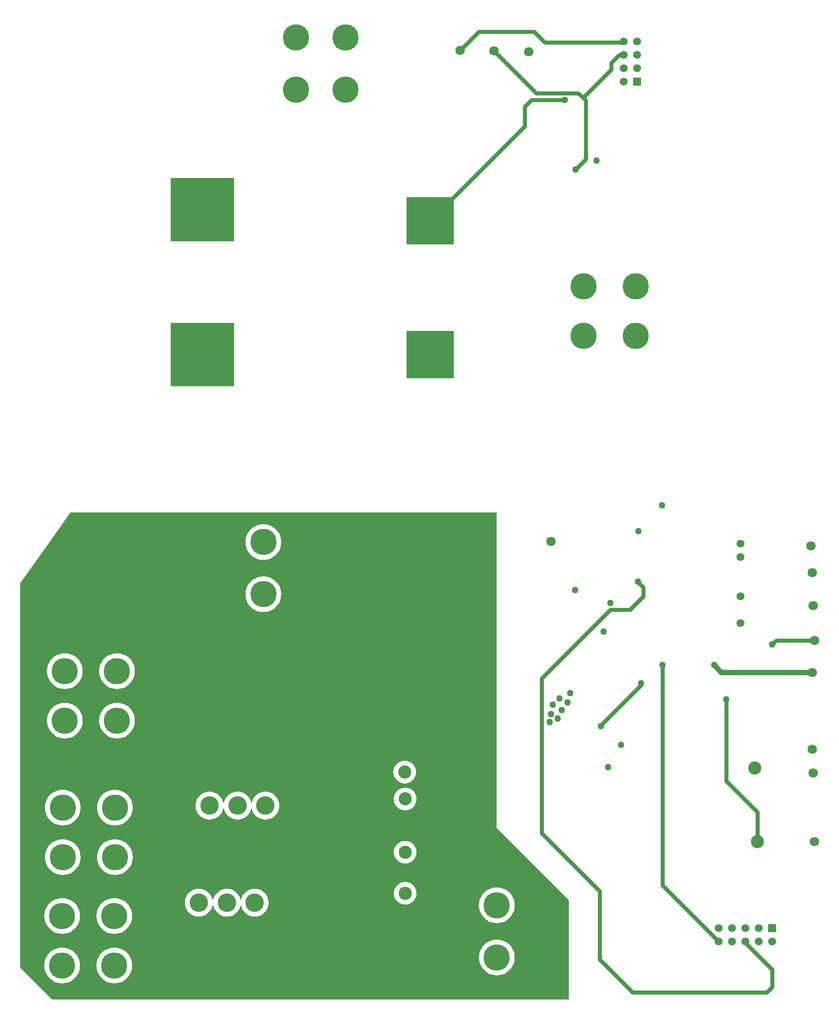
<source format=gbl>
G04 Layer_Physical_Order=4*
G04 Layer_Color=16711680*
%FSLAX25Y25*%
%MOIN*%
G70*
G01*
G75*
%ADD16C,0.03000*%
%ADD36C,0.04000*%
%ADD37C,0.20000*%
%ADD38C,0.19685*%
%ADD39C,0.07087*%
%ADD40R,0.05905X0.05905*%
%ADD41C,0.05905*%
%ADD42R,0.35433X0.35433*%
%ADD43R,0.47244X0.47244*%
%ADD44C,0.05000*%
%ADD45C,0.09842*%
%ADD46C,0.13780*%
%ADD47R,0.05905X0.05905*%
G36*
X466000Y247000D02*
X520000Y193000D01*
Y118500D01*
X133500Y118500D01*
X109500Y142500D01*
X109500Y429500D01*
X135500Y466000D01*
X147253Y482500D01*
X466000D01*
Y247000D01*
D02*
G37*
%LPC*%
G36*
X397500Y206462D02*
X395849Y206299D01*
X394262Y205818D01*
X392799Y205036D01*
X391516Y203983D01*
X390464Y202701D01*
X389682Y201238D01*
X389201Y199651D01*
X389038Y198000D01*
X389201Y196349D01*
X389682Y194762D01*
X390464Y193299D01*
X391516Y192016D01*
X392799Y190964D01*
X394262Y190182D01*
X395849Y189701D01*
X397500Y189538D01*
X399151Y189701D01*
X400738Y190182D01*
X402201Y190964D01*
X403483Y192016D01*
X404536Y193299D01*
X405318Y194762D01*
X405799Y196349D01*
X405962Y198000D01*
X405799Y199651D01*
X405318Y201238D01*
X404536Y202701D01*
X403483Y203983D01*
X402201Y205036D01*
X400738Y205818D01*
X399151Y206299D01*
X397500Y206462D01*
D02*
G37*
G36*
X466000Y202384D02*
X463906Y202219D01*
X461864Y201729D01*
X459924Y200925D01*
X458133Y199828D01*
X456536Y198464D01*
X455172Y196867D01*
X454075Y195076D01*
X453271Y193136D01*
X452781Y191094D01*
X452616Y189000D01*
X452781Y186906D01*
X453271Y184864D01*
X454075Y182924D01*
X455172Y181133D01*
X456536Y179536D01*
X458133Y178172D01*
X459924Y177075D01*
X461864Y176271D01*
X463906Y175781D01*
X466000Y175616D01*
X468094Y175781D01*
X470136Y176271D01*
X472076Y177075D01*
X473867Y178172D01*
X475464Y179536D01*
X476828Y181133D01*
X477925Y182924D01*
X478729Y184864D01*
X479219Y186906D01*
X479384Y189000D01*
X479219Y191094D01*
X478729Y193136D01*
X477925Y195076D01*
X476828Y196867D01*
X475464Y198464D01*
X473867Y199828D01*
X472076Y200925D01*
X470136Y201729D01*
X468094Y202219D01*
X466000Y202384D01*
D02*
G37*
G36*
X285000Y201422D02*
X283370Y201294D01*
X281780Y200912D01*
X280269Y200286D01*
X278874Y199432D01*
X277631Y198369D01*
X276569Y197126D01*
X275714Y195731D01*
X275088Y194220D01*
X274863Y193284D01*
X274349D01*
X274124Y194220D01*
X273499Y195731D01*
X272644Y197126D01*
X271582Y198369D01*
X270338Y199432D01*
X268944Y200286D01*
X267433Y200912D01*
X265843Y201294D01*
X264213Y201422D01*
X262582Y201294D01*
X260992Y200912D01*
X259481Y200286D01*
X258087Y199432D01*
X256843Y198369D01*
X255781Y197126D01*
X254927Y195731D01*
X254301Y194220D01*
X253919Y192630D01*
X253443D01*
X253061Y194220D01*
X252436Y195731D01*
X251581Y197126D01*
X250519Y198369D01*
X249275Y199432D01*
X247881Y200286D01*
X246370Y200912D01*
X244780Y201294D01*
X243150Y201422D01*
X241519Y201294D01*
X239929Y200912D01*
X238418Y200286D01*
X237024Y199432D01*
X235780Y198369D01*
X234718Y197126D01*
X233864Y195731D01*
X233238Y194220D01*
X232856Y192630D01*
X232728Y191000D01*
X232856Y189370D01*
X233238Y187779D01*
X233864Y186269D01*
X234718Y184874D01*
X235780Y183631D01*
X237024Y182569D01*
X238418Y181714D01*
X239929Y181088D01*
X241519Y180706D01*
X243150Y180578D01*
X244780Y180706D01*
X246370Y181088D01*
X247881Y181714D01*
X249275Y182569D01*
X250519Y183631D01*
X251581Y184874D01*
X252436Y186269D01*
X253061Y187779D01*
X253443Y189370D01*
X253919D01*
X254301Y187779D01*
X254927Y186269D01*
X255781Y184874D01*
X256843Y183631D01*
X258087Y182569D01*
X259481Y181714D01*
X260992Y181088D01*
X262582Y180706D01*
X264213Y180578D01*
X265843Y180706D01*
X267433Y181088D01*
X268944Y181714D01*
X270338Y182569D01*
X271582Y183631D01*
X272644Y184874D01*
X273499Y186269D01*
X274124Y187779D01*
X274349Y188716D01*
X274863D01*
X275088Y187779D01*
X275714Y186269D01*
X276569Y184874D01*
X277631Y183631D01*
X278874Y182569D01*
X280269Y181714D01*
X281780Y181088D01*
X283370Y180706D01*
X285000Y180578D01*
X286630Y180706D01*
X288221Y181088D01*
X289731Y181714D01*
X291126Y182569D01*
X292369Y183631D01*
X293431Y184874D01*
X294286Y186269D01*
X294912Y187779D01*
X295294Y189370D01*
X295422Y191000D01*
X295294Y192630D01*
X294912Y194220D01*
X294286Y195731D01*
X293431Y197126D01*
X292369Y198369D01*
X291126Y199432D01*
X289731Y200286D01*
X288221Y200912D01*
X286630Y201294D01*
X285000Y201422D01*
D02*
G37*
G36*
X180500Y238384D02*
X178406Y238219D01*
X176364Y237729D01*
X174424Y236925D01*
X172633Y235828D01*
X171036Y234464D01*
X169672Y232867D01*
X168575Y231076D01*
X167771Y229136D01*
X167281Y227094D01*
X167116Y225000D01*
X167281Y222906D01*
X167771Y220864D01*
X168575Y218924D01*
X169672Y217133D01*
X171036Y215536D01*
X172633Y214172D01*
X174424Y213075D01*
X176364Y212271D01*
X178406Y211781D01*
X180500Y211616D01*
X182594Y211781D01*
X184636Y212271D01*
X186576Y213075D01*
X188367Y214172D01*
X189964Y215536D01*
X191328Y217133D01*
X192425Y218924D01*
X193229Y220864D01*
X193719Y222906D01*
X193884Y225000D01*
X193719Y227094D01*
X193229Y229136D01*
X192425Y231076D01*
X191328Y232867D01*
X189964Y234464D01*
X188367Y235828D01*
X186576Y236925D01*
X184636Y237729D01*
X182594Y238219D01*
X180500Y238384D01*
D02*
G37*
G36*
X141500D02*
X139406Y238219D01*
X137364Y237729D01*
X135424Y236925D01*
X133633Y235828D01*
X132036Y234464D01*
X130672Y232867D01*
X129575Y231076D01*
X128771Y229136D01*
X128281Y227094D01*
X128116Y225000D01*
X128281Y222906D01*
X128771Y220864D01*
X129575Y218924D01*
X130672Y217133D01*
X132036Y215536D01*
X133633Y214172D01*
X135424Y213075D01*
X137364Y212271D01*
X139406Y211781D01*
X141500Y211616D01*
X143594Y211781D01*
X145636Y212271D01*
X147576Y213075D01*
X149367Y214172D01*
X150964Y215536D01*
X152328Y217133D01*
X153425Y218924D01*
X154229Y220864D01*
X154719Y222906D01*
X154884Y225000D01*
X154719Y227094D01*
X154229Y229136D01*
X153425Y231076D01*
X152328Y232867D01*
X150964Y234464D01*
X149367Y235828D01*
X147576Y236925D01*
X145636Y237729D01*
X143594Y238219D01*
X141500Y238384D01*
D02*
G37*
G36*
X180000Y157384D02*
X177906Y157219D01*
X175864Y156729D01*
X173924Y155925D01*
X172133Y154828D01*
X170536Y153464D01*
X169172Y151867D01*
X168075Y150076D01*
X167271Y148136D01*
X166781Y146094D01*
X166616Y144000D01*
X166781Y141906D01*
X167271Y139864D01*
X168075Y137924D01*
X169172Y136133D01*
X170536Y134536D01*
X172133Y133172D01*
X173924Y132075D01*
X175864Y131271D01*
X177906Y130781D01*
X180000Y130616D01*
X182094Y130781D01*
X184136Y131271D01*
X186076Y132075D01*
X187867Y133172D01*
X189464Y134536D01*
X190828Y136133D01*
X191925Y137924D01*
X192729Y139864D01*
X193219Y141906D01*
X193384Y144000D01*
X193219Y146094D01*
X192729Y148136D01*
X191925Y150076D01*
X190828Y151867D01*
X189464Y153464D01*
X187867Y154828D01*
X186076Y155925D01*
X184136Y156729D01*
X182094Y157219D01*
X180000Y157384D01*
D02*
G37*
G36*
X141000D02*
X138906Y157219D01*
X136864Y156729D01*
X134924Y155925D01*
X133133Y154828D01*
X131536Y153464D01*
X130172Y151867D01*
X129075Y150076D01*
X128271Y148136D01*
X127781Y146094D01*
X127616Y144000D01*
X127781Y141906D01*
X128271Y139864D01*
X129075Y137924D01*
X130172Y136133D01*
X131536Y134536D01*
X133133Y133172D01*
X134924Y132075D01*
X136864Y131271D01*
X138906Y130781D01*
X141000Y130616D01*
X143094Y130781D01*
X145136Y131271D01*
X147076Y132075D01*
X148867Y133172D01*
X150464Y134536D01*
X151828Y136133D01*
X152925Y137924D01*
X153729Y139864D01*
X154219Y141906D01*
X154384Y144000D01*
X154219Y146094D01*
X153729Y148136D01*
X152925Y150076D01*
X151828Y151867D01*
X150464Y153464D01*
X148867Y154828D01*
X147076Y155925D01*
X145136Y156729D01*
X143094Y157219D01*
X141000Y157384D01*
D02*
G37*
G36*
X466000Y163384D02*
X463906Y163219D01*
X461864Y162729D01*
X459924Y161925D01*
X458133Y160828D01*
X456536Y159464D01*
X455172Y157867D01*
X454075Y156076D01*
X453271Y154136D01*
X452781Y152094D01*
X452616Y150000D01*
X452781Y147906D01*
X453271Y145864D01*
X454075Y143924D01*
X455172Y142133D01*
X456536Y140536D01*
X458133Y139172D01*
X459924Y138075D01*
X461864Y137271D01*
X463906Y136781D01*
X466000Y136616D01*
X468094Y136781D01*
X470136Y137271D01*
X472076Y138075D01*
X473867Y139172D01*
X475464Y140536D01*
X476828Y142133D01*
X477925Y143924D01*
X478729Y145864D01*
X479219Y147906D01*
X479384Y150000D01*
X479219Y152094D01*
X478729Y154136D01*
X477925Y156076D01*
X476828Y157867D01*
X475464Y159464D01*
X473867Y160828D01*
X472076Y161925D01*
X470136Y162729D01*
X468094Y163219D01*
X466000Y163384D01*
D02*
G37*
G36*
X180000Y194384D02*
X177906Y194219D01*
X175864Y193729D01*
X173924Y192925D01*
X172133Y191828D01*
X170536Y190464D01*
X169172Y188867D01*
X168075Y187076D01*
X167271Y185136D01*
X166781Y183094D01*
X166616Y181000D01*
X166781Y178906D01*
X167271Y176864D01*
X168075Y174924D01*
X169172Y173133D01*
X170536Y171536D01*
X172133Y170172D01*
X173924Y169075D01*
X175864Y168271D01*
X177906Y167781D01*
X180000Y167616D01*
X182094Y167781D01*
X184136Y168271D01*
X186076Y169075D01*
X187867Y170172D01*
X189464Y171536D01*
X190828Y173133D01*
X191925Y174924D01*
X192729Y176864D01*
X193219Y178906D01*
X193384Y181000D01*
X193219Y183094D01*
X192729Y185136D01*
X191925Y187076D01*
X190828Y188867D01*
X189464Y190464D01*
X187867Y191828D01*
X186076Y192925D01*
X184136Y193729D01*
X182094Y194219D01*
X180000Y194384D01*
D02*
G37*
G36*
X141000D02*
X138906Y194219D01*
X136864Y193729D01*
X134924Y192925D01*
X133133Y191828D01*
X131536Y190464D01*
X130172Y188867D01*
X129075Y187076D01*
X128271Y185136D01*
X127781Y183094D01*
X127616Y181000D01*
X127781Y178906D01*
X128271Y176864D01*
X129075Y174924D01*
X130172Y173133D01*
X131536Y171536D01*
X133133Y170172D01*
X134924Y169075D01*
X136864Y168271D01*
X138906Y167781D01*
X141000Y167616D01*
X143094Y167781D01*
X145136Y168271D01*
X147076Y169075D01*
X148867Y170172D01*
X150464Y171536D01*
X151828Y173133D01*
X152925Y174924D01*
X153729Y176864D01*
X154219Y178906D01*
X154384Y181000D01*
X154219Y183094D01*
X153729Y185136D01*
X152925Y187076D01*
X151828Y188867D01*
X150464Y190464D01*
X148867Y191828D01*
X147076Y192925D01*
X145136Y193729D01*
X143094Y194219D01*
X141000Y194384D01*
D02*
G37*
G36*
X397500Y237171D02*
X395849Y237008D01*
X394262Y236526D01*
X392799Y235745D01*
X391516Y234692D01*
X390464Y233410D01*
X389682Y231947D01*
X389201Y230360D01*
X389038Y228709D01*
X389201Y227058D01*
X389682Y225470D01*
X390464Y224007D01*
X391516Y222725D01*
X392799Y221673D01*
X394262Y220891D01*
X395849Y220409D01*
X397500Y220247D01*
X399151Y220409D01*
X400738Y220891D01*
X402201Y221673D01*
X403483Y222725D01*
X404536Y224007D01*
X405318Y225470D01*
X405799Y227058D01*
X405962Y228709D01*
X405799Y230360D01*
X405318Y231947D01*
X404536Y233410D01*
X403483Y234692D01*
X402201Y235745D01*
X400738Y236526D01*
X399151Y237008D01*
X397500Y237171D01*
D02*
G37*
G36*
X143000Y377384D02*
X140906Y377219D01*
X138864Y376729D01*
X136924Y375925D01*
X135133Y374828D01*
X133536Y373464D01*
X132172Y371867D01*
X131075Y370076D01*
X130271Y368136D01*
X129781Y366094D01*
X129616Y364000D01*
X129781Y361906D01*
X130271Y359864D01*
X131075Y357924D01*
X132172Y356133D01*
X133536Y354536D01*
X135133Y353172D01*
X136924Y352075D01*
X138864Y351271D01*
X140906Y350781D01*
X143000Y350616D01*
X145094Y350781D01*
X147136Y351271D01*
X149076Y352075D01*
X150867Y353172D01*
X152464Y354536D01*
X153828Y356133D01*
X154925Y357924D01*
X155729Y359864D01*
X156219Y361906D01*
X156384Y364000D01*
X156219Y366094D01*
X155729Y368136D01*
X154925Y370076D01*
X153828Y371867D01*
X152464Y373464D01*
X150867Y374828D01*
X149076Y375925D01*
X147136Y376729D01*
X145094Y377219D01*
X143000Y377384D01*
D02*
G37*
G36*
X182000Y340384D02*
X179906Y340219D01*
X177864Y339729D01*
X175924Y338925D01*
X174133Y337828D01*
X172536Y336464D01*
X171172Y334867D01*
X170075Y333076D01*
X169271Y331136D01*
X168781Y329094D01*
X168616Y327000D01*
X168781Y324906D01*
X169271Y322864D01*
X170075Y320924D01*
X171172Y319133D01*
X172536Y317536D01*
X174133Y316172D01*
X175924Y315075D01*
X177864Y314271D01*
X179906Y313781D01*
X182000Y313616D01*
X184094Y313781D01*
X186136Y314271D01*
X188076Y315075D01*
X189867Y316172D01*
X191464Y317536D01*
X192828Y319133D01*
X193925Y320924D01*
X194729Y322864D01*
X195219Y324906D01*
X195384Y327000D01*
X195219Y329094D01*
X194729Y331136D01*
X193925Y333076D01*
X192828Y334867D01*
X191464Y336464D01*
X189867Y337828D01*
X188076Y338925D01*
X186136Y339729D01*
X184094Y340219D01*
X182000Y340384D01*
D02*
G37*
G36*
Y377384D02*
X179906Y377219D01*
X177864Y376729D01*
X175924Y375925D01*
X174133Y374828D01*
X172536Y373464D01*
X171172Y371867D01*
X170075Y370076D01*
X169271Y368136D01*
X168781Y366094D01*
X168616Y364000D01*
X168781Y361906D01*
X169271Y359864D01*
X170075Y357924D01*
X171172Y356133D01*
X172536Y354536D01*
X174133Y353172D01*
X175924Y352075D01*
X177864Y351271D01*
X179906Y350781D01*
X182000Y350616D01*
X184094Y350781D01*
X186136Y351271D01*
X188076Y352075D01*
X189867Y353172D01*
X191464Y354536D01*
X192828Y356133D01*
X193925Y357924D01*
X194729Y359864D01*
X195219Y361906D01*
X195384Y364000D01*
X195219Y366094D01*
X194729Y368136D01*
X193925Y370076D01*
X192828Y371867D01*
X191464Y373464D01*
X189867Y374828D01*
X188076Y375925D01*
X186136Y376729D01*
X184094Y377219D01*
X182000Y377384D01*
D02*
G37*
G36*
X291500Y473884D02*
X289406Y473719D01*
X287364Y473229D01*
X285424Y472425D01*
X283633Y471328D01*
X282036Y469964D01*
X280672Y468367D01*
X279575Y466576D01*
X278771Y464636D01*
X278281Y462594D01*
X278116Y460500D01*
X278281Y458406D01*
X278771Y456364D01*
X279575Y454424D01*
X280672Y452633D01*
X282036Y451036D01*
X283633Y449672D01*
X285424Y448575D01*
X287364Y447771D01*
X289406Y447281D01*
X291500Y447116D01*
X293594Y447281D01*
X295636Y447771D01*
X297576Y448575D01*
X299367Y449672D01*
X300964Y451036D01*
X302328Y452633D01*
X303425Y454424D01*
X304229Y456364D01*
X304719Y458406D01*
X304884Y460500D01*
X304719Y462594D01*
X304229Y464636D01*
X303425Y466576D01*
X302328Y468367D01*
X300964Y469964D01*
X299367Y471328D01*
X297576Y472425D01*
X295636Y473229D01*
X293594Y473719D01*
X291500Y473884D01*
D02*
G37*
G36*
Y434884D02*
X289406Y434719D01*
X287364Y434229D01*
X285424Y433425D01*
X283633Y432328D01*
X282036Y430964D01*
X280672Y429367D01*
X279575Y427576D01*
X278771Y425636D01*
X278281Y423594D01*
X278116Y421500D01*
X278281Y419406D01*
X278771Y417364D01*
X279575Y415424D01*
X280672Y413633D01*
X282036Y412036D01*
X283633Y410672D01*
X285424Y409575D01*
X287364Y408771D01*
X289406Y408281D01*
X291500Y408116D01*
X293594Y408281D01*
X295636Y408771D01*
X297576Y409575D01*
X299367Y410672D01*
X300964Y412036D01*
X302328Y413633D01*
X303425Y415424D01*
X304229Y417364D01*
X304719Y419406D01*
X304884Y421500D01*
X304719Y423594D01*
X304229Y425636D01*
X303425Y427576D01*
X302328Y429367D01*
X300964Y430964D01*
X299367Y432328D01*
X297576Y433425D01*
X295636Y434229D01*
X293594Y434719D01*
X291500Y434884D01*
D02*
G37*
G36*
X143000Y340384D02*
X140906Y340219D01*
X138864Y339729D01*
X136924Y338925D01*
X135133Y337828D01*
X133536Y336464D01*
X132172Y334867D01*
X131075Y333076D01*
X130271Y331136D01*
X129781Y329094D01*
X129616Y327000D01*
X129781Y324906D01*
X130271Y322864D01*
X131075Y320924D01*
X132172Y319133D01*
X133536Y317536D01*
X135133Y316172D01*
X136924Y315075D01*
X138864Y314271D01*
X140906Y313781D01*
X143000Y313616D01*
X145094Y313781D01*
X147136Y314271D01*
X149076Y315075D01*
X150867Y316172D01*
X152464Y317536D01*
X153828Y319133D01*
X154925Y320924D01*
X155729Y322864D01*
X156219Y324906D01*
X156384Y327000D01*
X156219Y329094D01*
X155729Y331136D01*
X154925Y333076D01*
X153828Y334867D01*
X152464Y336464D01*
X150867Y337828D01*
X149076Y338925D01*
X147136Y339729D01*
X145094Y340219D01*
X143000Y340384D01*
D02*
G37*
G36*
X180500Y275384D02*
X178406Y275219D01*
X176364Y274729D01*
X174424Y273925D01*
X172633Y272828D01*
X171036Y271464D01*
X169672Y269867D01*
X168575Y268076D01*
X167771Y266136D01*
X167281Y264094D01*
X167116Y262000D01*
X167281Y259906D01*
X167771Y257864D01*
X168575Y255924D01*
X169672Y254133D01*
X171036Y252536D01*
X172633Y251172D01*
X174424Y250075D01*
X176364Y249271D01*
X178406Y248781D01*
X180500Y248616D01*
X182594Y248781D01*
X184636Y249271D01*
X186576Y250075D01*
X188367Y251172D01*
X189964Y252536D01*
X191328Y254133D01*
X192425Y255924D01*
X193229Y257864D01*
X193719Y259906D01*
X193884Y262000D01*
X193719Y264094D01*
X193229Y266136D01*
X192425Y268076D01*
X191328Y269867D01*
X189964Y271464D01*
X188367Y272828D01*
X186576Y273925D01*
X184636Y274729D01*
X182594Y275219D01*
X180500Y275384D01*
D02*
G37*
G36*
X141500D02*
X139406Y275219D01*
X137364Y274729D01*
X135424Y273925D01*
X133633Y272828D01*
X132036Y271464D01*
X130672Y269867D01*
X129575Y268076D01*
X128771Y266136D01*
X128281Y264094D01*
X128116Y262000D01*
X128281Y259906D01*
X128771Y257864D01*
X129575Y255924D01*
X130672Y254133D01*
X132036Y252536D01*
X133633Y251172D01*
X135424Y250075D01*
X137364Y249271D01*
X139406Y248781D01*
X141500Y248616D01*
X143594Y248781D01*
X145636Y249271D01*
X147576Y250075D01*
X149367Y251172D01*
X150964Y252536D01*
X152328Y254133D01*
X153425Y255924D01*
X154229Y257864D01*
X154719Y259906D01*
X154884Y262000D01*
X154719Y264094D01*
X154229Y266136D01*
X153425Y268076D01*
X152328Y269867D01*
X150964Y271464D01*
X149367Y272828D01*
X147576Y273925D01*
X145636Y274729D01*
X143594Y275219D01*
X141500Y275384D01*
D02*
G37*
G36*
X397500Y276935D02*
X395849Y276772D01*
X394262Y276290D01*
X392799Y275508D01*
X391516Y274456D01*
X390464Y273174D01*
X389682Y271711D01*
X389201Y270123D01*
X389038Y268472D01*
X389201Y266822D01*
X389682Y265234D01*
X390464Y263771D01*
X391516Y262489D01*
X392799Y261437D01*
X394262Y260655D01*
X395849Y260173D01*
X397500Y260010D01*
X399151Y260173D01*
X400738Y260655D01*
X402201Y261437D01*
X403483Y262489D01*
X404536Y263771D01*
X405318Y265234D01*
X405799Y266822D01*
X405962Y268472D01*
X405799Y270123D01*
X405318Y271711D01*
X404536Y273174D01*
X403483Y274456D01*
X402201Y275508D01*
X400738Y276290D01*
X399151Y276772D01*
X397500Y276935D01*
D02*
G37*
G36*
X397106Y297013D02*
X395455Y296851D01*
X393868Y296369D01*
X392405Y295587D01*
X391123Y294535D01*
X390070Y293252D01*
X389288Y291789D01*
X388807Y290202D01*
X388644Y288551D01*
X388807Y286900D01*
X389288Y285313D01*
X390070Y283850D01*
X391123Y282568D01*
X392405Y281515D01*
X393868Y280733D01*
X395455Y280252D01*
X397106Y280089D01*
X398757Y280252D01*
X400345Y280733D01*
X401807Y281515D01*
X403090Y282568D01*
X404142Y283850D01*
X404924Y285313D01*
X405406Y286900D01*
X405568Y288551D01*
X405406Y290202D01*
X404924Y291789D01*
X404142Y293252D01*
X403090Y294535D01*
X401807Y295587D01*
X400345Y296369D01*
X398757Y296851D01*
X397106Y297013D01*
D02*
G37*
G36*
X293000Y273922D02*
X291370Y273794D01*
X289779Y273412D01*
X288269Y272786D01*
X286874Y271932D01*
X285631Y270869D01*
X284569Y269626D01*
X283714Y268231D01*
X283088Y266721D01*
X282863Y265784D01*
X282349D01*
X282124Y266721D01*
X281499Y268231D01*
X280644Y269626D01*
X279582Y270869D01*
X278338Y271932D01*
X276944Y272786D01*
X275433Y273412D01*
X273843Y273794D01*
X272213Y273922D01*
X270582Y273794D01*
X268992Y273412D01*
X267481Y272786D01*
X266087Y271932D01*
X264843Y270869D01*
X263781Y269626D01*
X262927Y268231D01*
X262301Y266721D01*
X261919Y265130D01*
X261443D01*
X261061Y266721D01*
X260436Y268231D01*
X259581Y269626D01*
X258519Y270869D01*
X257275Y271932D01*
X255881Y272786D01*
X254370Y273412D01*
X252780Y273794D01*
X251150Y273922D01*
X249519Y273794D01*
X247929Y273412D01*
X246418Y272786D01*
X245024Y271932D01*
X243780Y270869D01*
X242718Y269626D01*
X241864Y268231D01*
X241238Y266721D01*
X240856Y265130D01*
X240728Y263500D01*
X240856Y261870D01*
X241238Y260279D01*
X241864Y258769D01*
X242718Y257374D01*
X243780Y256131D01*
X245024Y255068D01*
X246418Y254214D01*
X247929Y253588D01*
X249519Y253206D01*
X251150Y253078D01*
X252780Y253206D01*
X254370Y253588D01*
X255881Y254214D01*
X257275Y255068D01*
X258519Y256131D01*
X259581Y257374D01*
X260436Y258769D01*
X261061Y260279D01*
X261443Y261870D01*
X261919D01*
X262301Y260279D01*
X262927Y258769D01*
X263781Y257374D01*
X264843Y256131D01*
X266087Y255068D01*
X267481Y254214D01*
X268992Y253588D01*
X270582Y253206D01*
X272213Y253078D01*
X273843Y253206D01*
X275433Y253588D01*
X276944Y254214D01*
X278338Y255068D01*
X279582Y256131D01*
X280644Y257374D01*
X281499Y258769D01*
X282124Y260279D01*
X282349Y261216D01*
X282863D01*
X283088Y260279D01*
X283714Y258769D01*
X284569Y257374D01*
X285631Y256131D01*
X286874Y255068D01*
X288269Y254214D01*
X289779Y253588D01*
X291370Y253206D01*
X293000Y253078D01*
X294630Y253206D01*
X296220Y253588D01*
X297731Y254214D01*
X299126Y255068D01*
X300369Y256131D01*
X301431Y257374D01*
X302286Y258769D01*
X302912Y260279D01*
X303294Y261870D01*
X303422Y263500D01*
X303294Y265130D01*
X302912Y266721D01*
X302286Y268231D01*
X301431Y269626D01*
X300369Y270869D01*
X299126Y271932D01*
X297731Y272786D01*
X296220Y273412D01*
X294630Y273794D01*
X293000Y273922D01*
D02*
G37*
%LPD*%
D16*
X525000Y739000D02*
X532500Y746500D01*
X495500Y796000D02*
X464000Y827500D01*
X560500Y834000D02*
X561000Y834500D01*
X560500Y834000D02*
X502000D01*
X494000Y842000D01*
X452500D01*
X438500Y828000D02*
X452500Y842000D01*
X416079Y700500D02*
X487000Y771421D01*
Y786000D01*
X492000Y791000D01*
X517000D02*
X492000D01*
X532500Y746500D02*
Y790500D01*
X527000Y796000D02*
X495500D01*
X530500Y792500D02*
X551500Y813500D01*
Y818500D01*
X557500Y824500D01*
X561000D02*
X557500D01*
X532500Y790500D02*
X530500Y792500D01*
X527000Y796000D01*
X499500Y358500D02*
X551000Y410000D01*
X499500Y243000D02*
Y358500D01*
Y243000D02*
X543000Y199500D01*
X565500Y410000D02*
X575500Y420000D01*
X551000Y410000D02*
X565500D01*
X661000Y236500D02*
Y258500D01*
X637500Y282000D02*
X661000Y258500D01*
X637500Y282000D02*
Y343000D01*
X672000Y384000D02*
X675000Y387000D01*
X703500D01*
X590000Y204000D02*
Y368500D01*
Y204000D02*
X632000Y162000D01*
X571500Y430500D02*
Y431000D01*
Y430500D02*
X575500Y426500D01*
Y420000D02*
Y426500D01*
X544000Y323500D02*
X574000Y353500D01*
Y355000D01*
X543000Y148500D02*
Y199500D01*
X652000Y161000D02*
X672000Y141000D01*
X652000Y161000D02*
Y162000D01*
X543000Y148500D02*
X567500Y124000D01*
X668000D01*
X672000Y128000D01*
Y141000D01*
D36*
X628500Y368500D02*
X634000Y363000D01*
X702000D01*
D37*
X373500Y257000D02*
Y376500D01*
X328500Y421500D02*
X373500Y376500D01*
X328500Y421500D02*
Y460500D01*
X445000Y247000D02*
X503000Y189000D01*
X373500Y257000D02*
X383500Y247000D01*
X445000D01*
X503000Y150000D02*
Y189000D01*
D38*
X353000Y798500D02*
D03*
X316000D02*
D03*
Y837500D02*
D03*
X353000D02*
D03*
X570000Y651500D02*
D03*
Y614500D02*
D03*
X531000D02*
D03*
Y651500D02*
D03*
X328500Y421500D02*
D03*
X291500D02*
D03*
Y460500D02*
D03*
X328500D02*
D03*
X143000Y327000D02*
D03*
Y364000D02*
D03*
X182000D02*
D03*
Y327000D02*
D03*
X180500Y262000D02*
D03*
Y225000D02*
D03*
X141500D02*
D03*
Y262000D02*
D03*
X180000Y181000D02*
D03*
Y144000D02*
D03*
X141000D02*
D03*
Y181000D02*
D03*
X503000Y150000D02*
D03*
X466000D02*
D03*
Y189000D02*
D03*
X503000D02*
D03*
D39*
X438500Y828000D02*
D03*
X464000Y827500D02*
D03*
X490000Y827000D02*
D03*
X701000Y457500D02*
D03*
X702000Y437500D02*
D03*
X702500Y413000D02*
D03*
X702000Y363000D02*
D03*
Y305500D02*
D03*
X703500Y236500D02*
D03*
X702500Y288000D02*
D03*
X703500Y387000D02*
D03*
X506500Y461000D02*
D03*
D40*
X571000Y804500D02*
D03*
D41*
X561000D02*
D03*
X571000Y814500D02*
D03*
X561000D02*
D03*
X571000Y824500D02*
D03*
X561000D02*
D03*
X571000Y834500D02*
D03*
X561000D02*
D03*
X648343Y459386D02*
D03*
Y449346D02*
D03*
Y420016D02*
D03*
Y400035D02*
D03*
X672000Y162000D02*
D03*
X662000Y172000D02*
D03*
Y162000D02*
D03*
X652000Y172000D02*
D03*
Y162000D02*
D03*
X642000Y172000D02*
D03*
Y162000D02*
D03*
X632000Y172000D02*
D03*
Y162000D02*
D03*
D42*
X416079Y700500D02*
D03*
Y600500D02*
D03*
D43*
X246000Y708925D02*
D03*
Y600500D02*
D03*
D44*
X540500Y745500D02*
D03*
X525000Y739000D02*
D03*
X517000Y791000D02*
D03*
X505500Y326000D02*
D03*
X511500Y328500D02*
D03*
X514500Y335000D02*
D03*
X519000Y340500D02*
D03*
X513000Y343500D02*
D03*
X508000Y339000D02*
D03*
X506500Y332000D02*
D03*
X589500Y488000D02*
D03*
X551000Y415000D02*
D03*
X637500Y343000D02*
D03*
X672000Y384000D02*
D03*
X571500Y431000D02*
D03*
X544000Y323000D02*
D03*
X574000Y355000D02*
D03*
X549362Y292362D02*
D03*
X559000Y309000D02*
D03*
X590000Y368500D02*
D03*
X628500D02*
D03*
X546000Y393500D02*
D03*
X524500Y424500D02*
D03*
X571980Y468480D02*
D03*
X520890Y347610D02*
D03*
D45*
X397500Y198000D02*
D03*
Y228709D02*
D03*
Y268472D02*
D03*
X397106Y288551D02*
D03*
X661000Y236500D02*
D03*
X659000Y291618D02*
D03*
D46*
X243150Y191000D02*
D03*
X264213D02*
D03*
X285000D02*
D03*
X251150Y263500D02*
D03*
X272213D02*
D03*
X293000D02*
D03*
D47*
X672000Y172000D02*
D03*
M02*

</source>
